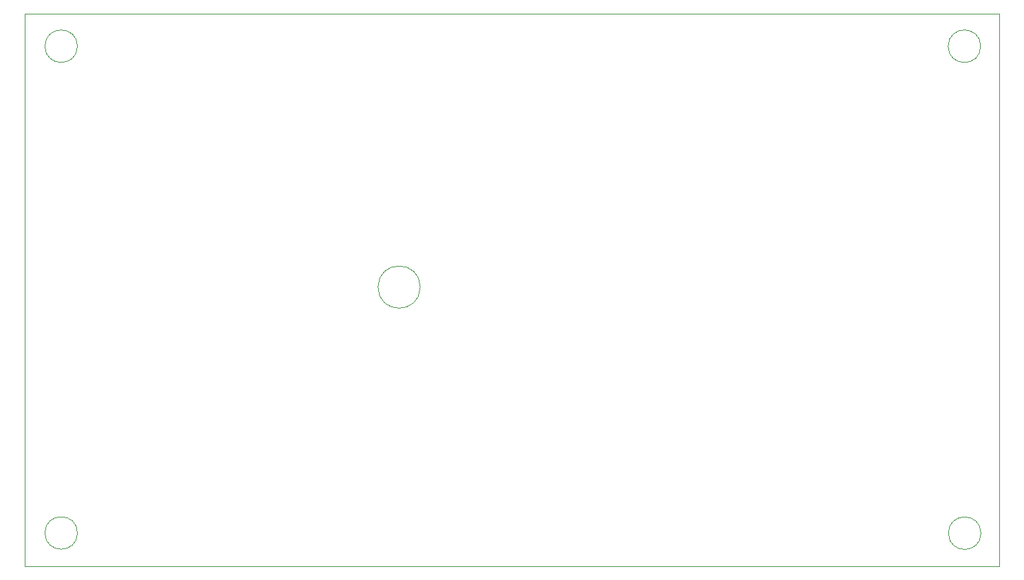
<source format=gm1>
G04 #@! TF.GenerationSoftware,KiCad,Pcbnew,(5.1.6)-1*
G04 #@! TF.CreationDate,2022-02-26T06:54:02-05:00*
G04 #@! TF.ProjectId,C64-PSU-NA,4336342d-5053-4552-9d4e-412e6b696361,rev?*
G04 #@! TF.SameCoordinates,Original*
G04 #@! TF.FileFunction,Profile,NP*
%FSLAX46Y46*%
G04 Gerber Fmt 4.6, Leading zero omitted, Abs format (unit mm)*
G04 Created by KiCad (PCBNEW (5.1.6)-1) date 2022-02-26 06:54:02*
%MOMM*%
%LPD*%
G01*
G04 APERTURE LIST*
G04 #@! TA.AperFunction,Profile*
%ADD10C,0.050000*%
G04 #@! TD*
G04 APERTURE END LIST*
D10*
X124697800Y-95765284D02*
G75*
G03*
X124697800Y-95765284I-2600000J0D01*
G01*
X82492600Y-126060200D02*
G75*
G03*
X82492600Y-126060200I-2000000J0D01*
G01*
X82492600Y-66090800D02*
G75*
G03*
X82492600Y-66090800I-2000000J0D01*
G01*
X193725800Y-126085600D02*
G75*
G03*
X193725800Y-126085600I-2000000J0D01*
G01*
X193693800Y-66090800D02*
G75*
G03*
X193693800Y-66090800I-2000000J0D01*
G01*
X75986400Y-130128700D02*
X195986400Y-130126600D01*
X75986400Y-62128400D02*
X75986400Y-130128700D01*
X195986400Y-62126300D02*
X195986400Y-130126600D01*
X75986400Y-62128400D02*
X195986400Y-62128400D01*
M02*

</source>
